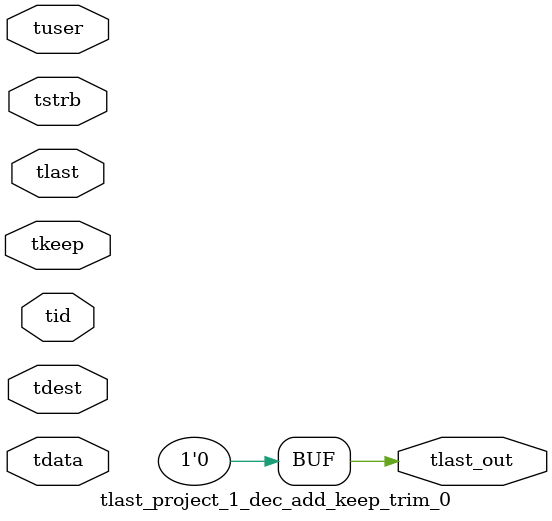
<source format=v>


`timescale 1ps/1ps

module tlast_project_1_dec_add_keep_trim_0 #
(
parameter C_S_AXIS_TID_WIDTH   = 1,
parameter C_S_AXIS_TUSER_WIDTH = 0,
parameter C_S_AXIS_TDATA_WIDTH = 0,
parameter C_S_AXIS_TDEST_WIDTH = 0
)
(
input  [(C_S_AXIS_TID_WIDTH   == 0 ? 1 : C_S_AXIS_TID_WIDTH)-1:0       ] tid,
input  [(C_S_AXIS_TDATA_WIDTH == 0 ? 1 : C_S_AXIS_TDATA_WIDTH)-1:0     ] tdata,
input  [(C_S_AXIS_TUSER_WIDTH == 0 ? 1 : C_S_AXIS_TUSER_WIDTH)-1:0     ] tuser,
input  [(C_S_AXIS_TDEST_WIDTH == 0 ? 1 : C_S_AXIS_TDEST_WIDTH)-1:0     ] tdest,
input  [(C_S_AXIS_TDATA_WIDTH/8)-1:0 ] tkeep,
input  [(C_S_AXIS_TDATA_WIDTH/8)-1:0 ] tstrb,
input  [0:0]                                                             tlast,
output                                                                   tlast_out
);

assign tlast_out = {1'b0};

endmodule


</source>
